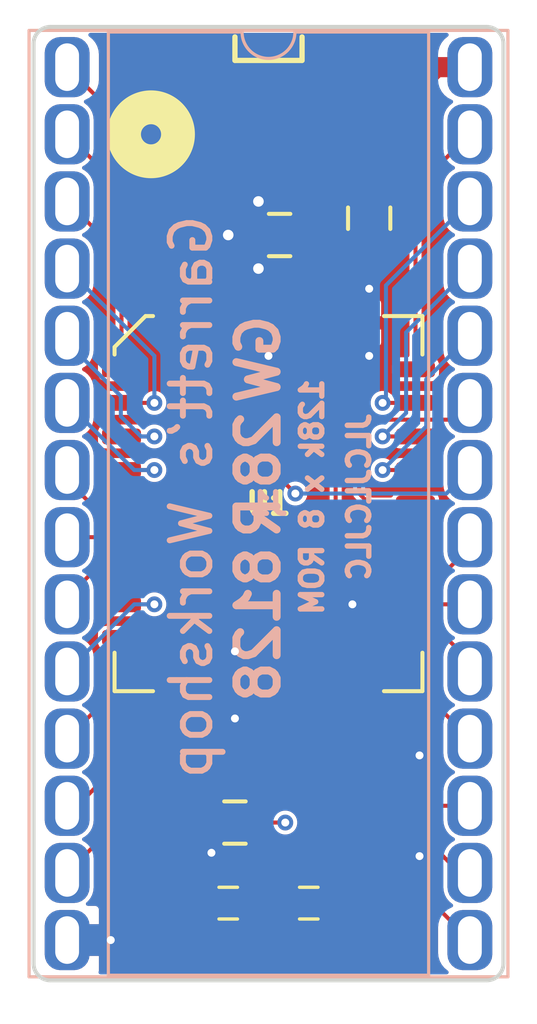
<source format=kicad_pcb>
(kicad_pcb (version 20211014) (generator pcbnew)
  (layers (0 "F.Cu" signal) (31 "B.Cu" signal) (34 "B.Paste" user) (35 "F.Paste" user) (36 "B.SilkS" user "B.Silkscreen") (37 "F.SilkS" user "F.Silkscreen") (38 "B.Mask" user) (39 "F.Mask" user) (44 "Edge.Cuts" user))
  (net 0 "")
  (net 1 "+5V")
  (net 2 "GND")
  (net 3 "/A4")
  (net 4 "/D7")
  (net 5 "/D6")
  (net 6 "/A8")
  (net 7 "/A7")
  (net 8 "/A6")
  (net 9 "/A5")
  (net 10 "/A3")
  (net 11 "/A2")
  (net 12 "/A1")
  (net 13 "/A0")
  (net 14 "/A9")
  (net 15 "/D1")
  (net 16 "/D5")
  (net 17 "/D0")
  (net 18 "/D2")
  (net 19 "/D3")
  (net 20 "/D4")
  (net 21 "/A10")
  (net 22 "/A11")
  (net 23 "/A12")
  (net 24 "/A13")
  (net 25 "/A14")
  (net 26 "/A15")
  (net 27 "/~{OE}")
  (net 28 "/A16")
  (net 29 "/~{CS}")
  (net 30 "/~{WE}")
  (footprint "stdpads:PLCC-32" (layer "F.Cu") (at 48.26 36.83)
    (fp_text reference "U1" (at 0 0) (layer "F.SilkS") (effects (font (size 0.8128 0.8128) (thickness 0.2032))))
    (fp_text value "39SF010")
    (fp_line (start -4.37 7.095) (end -5.825 7.095) (layer "F.SilkS") (width 0.1524))
    (fp_line (start -5.825 7.095) (end -5.825 5.64) (layer "F.SilkS") (width 0.1524))
    (fp_line (start -4.37 -7.095) (end -4.652782 -7.095) (layer "F.SilkS") (width 0.1524))
    (fp_line (start 5.825 7.095) (end 5.825 5.64) (layer "F.SilkS") (width 0.1524))
    (fp_line (start 4.37 7.095) (end 5.825 7.095) (layer "F.SilkS") (width 0.1524))
    (fp_line (start -4.652782 -7.095) (end -5.825 -5.922782) (layer "F.SilkS") (width 0.1524))
    (fp_line (start 5.825 -7.095) (end 5.825 -5.64) (layer "F.SilkS") (width 0.1524))
    (fp_line (start -5.825 -5.922782) (end -5.825 -5.64) (layer "F.SilkS") (width 0.1524))
    (fp_line (start 4.37 -7.095) (end 5.825 -7.095) (layer "F.SilkS") (width 0.1524))
    (pad "1" smd roundrect locked (at 0 -6.8375) (size 0.6 1.475) (layers "F.Cu" "F.Paste" "F.Mask") (net 2 "GND"))
    (pad "2" smd roundrect locked (at -1.27 -6.8375) (size 0.6 1.475) (layers "F.Cu" "F.Paste" "F.Mask") (net 28 "/A16"))
    (pad "3" smd roundrect locked (at -2.54 -6.8375) (size 0.6 1.475) (layers "F.Cu" "F.Paste" "F.Mask") (net 26 "/A15"))
    (pad "4" smd roundrect locked (at -3.81 -6.8375) (size 0.6 1.475) (layers "F.Cu" "F.Paste" "F.Mask") (net 23 "/A12"))
    (pad "5" smd roundrect locked (at -5.5625 -5.08) (size 1.475 0.6) (layers "F.Cu" "F.Paste" "F.Mask") (net 7 "/A7"))
    (pad "6" smd roundrect locked (at -5.5625 -3.81) (size 1.475 0.6) (layers "F.Cu" "F.Paste" "F.Mask") (net 8 "/A6"))
    (pad "7" smd roundrect locked (at -5.5625 -2.54) (size 1.475 0.6) (layers "F.Cu" "F.Paste" "F.Mask") (net 9 "/A5"))
    (pad "8" smd roundrect locked (at -5.5625 -1.27) (size 1.475 0.6) (layers "F.Cu" "F.Paste" "F.Mask") (net 3 "/A4"))
    (pad "9" smd roundrect locked (at -5.5625 0) (size 1.475 0.6) (layers "F.Cu" "F.Paste" "F.Mask") (net 10 "/A3"))
    (pad "10" smd roundrect locked (at -5.5625 1.27) (size 1.475 0.6) (layers "F.Cu" "F.Paste" "F.Mask") (net 11 "/A2"))
    (pad "11" smd roundrect locked (at -5.5625 2.54) (size 1.475 0.6) (layers "F.Cu" "F.Paste" "F.Mask") (net 12 "/A1"))
    (pad "12" smd roundrect locked (at -5.5625 3.81) (size 1.475 0.6) (layers "F.Cu" "F.Paste" "F.Mask") (net 13 "/A0"))
    (pad "13" smd roundrect locked (at -5.5625 5.08) (size 1.475 0.6) (layers "F.Cu" "F.Paste" "F.Mask") (net 17 "/D0"))
    (pad "14" smd roundrect locked (at -3.81 6.8375) (size 0.6 1.475) (layers "F.Cu" "F.Paste" "F.Mask") (net 15 "/D1"))
    (pad "15" smd roundrect locked (at -2.54 6.8375) (size 0.6 1.475) (layers "F.Cu" "F.Paste" "F.Mask") (net 18 "/D2"))
    (pad "16" smd roundrect locked (at -1.27 6.8375) (size 0.6 1.475) (layers "F.Cu" "F.Paste" "F.Mask") (net 2 "GND"))
    (pad "17" smd roundrect locked (at 0 6.8375) (size 0.6 1.475) (layers "F.Cu" "F.Paste" "F.Mask") (net 19 "/D3"))
    (pad "18" smd roundrect locked (at 1.27 6.8375) (size 0.6 1.475) (layers "F.Cu" "F.Paste" "F.Mask") (net 20 "/D4"))
    (pad "19" smd roundrect locked (at 2.54 6.8375) (size 0.6 1.475) (layers "F.Cu" "F.Paste" "F.Mask") (net 16 "/D5"))
    (pad "20" smd roundrect locked (at 3.81 6.8375) (size 0.6 1.475) (layers "F.Cu" "F.Paste" "F.Mask") (net 5 "/D6"))
    (pad "21" smd roundrect locked (at 5.5625 5.08) (size 1.475 0.6) (layers "F.Cu" "F.Paste" "F.Mask") (net 4 "/D7"))
    (pad "22" smd roundrect locked (at 5.5625 3.81) (size 1.475 0.6) (layers "F.Cu" "F.Paste" "F.Mask") (net 29 "/~{CS}"))
    (pad "23" smd roundrect locked (at 5.5625 2.54) (size 1.475 0.6) (layers "F.Cu" "F.Paste" "F.Mask") (net 21 "/A10"))
    (pad "24" smd roundrect locked (at 5.5625 1.27) (size 1.475 0.6) (layers "F.Cu" "F.Paste" "F.Mask") (net 27 "/~{OE}"))
    (pad "25" smd roundrect locked (at 5.5625 0) (size 1.475 0.6) (layers "F.Cu" "F.Paste" "F.Mask") (net 22 "/A11"))
    (pad "26" smd roundrect locked (at 5.5625 -1.27) (size 1.475 0.6) (layers "F.Cu" "F.Paste" "F.Mask") (net 14 "/A9"))
    (pad "27" smd roundrect locked (at 5.5625 -2.54) (size 1.475 0.6) (layers "F.Cu" "F.Paste" "F.Mask") (net 6 "/A8"))
    (pad "28" smd roundrect locked (at 5.5625 -3.81) (size 1.475 0.6) (layers "F.Cu" "F.Paste" "F.Mask") (net 24 "/A13"))
    (pad "29" smd roundrect locked (at 5.5625 -5.08) (size 1.475 0.6) (layers "F.Cu" "F.Paste" "F.Mask") (net 25 "/A14"))
    (pad "30" smd roundrect locked (at 3.81 -6.8375) (size 0.6 1.475) (layers "F.Cu" "F.Paste" "F.Mask") (net 2 "GND"))
    (pad "31" smd roundrect locked (at 2.54 -6.8375) (size 0.6 1.475) (layers "F.Cu" "F.Paste" "F.Mask") (net 30 "/~{WE}"))
    (pad "32" smd roundrect locked (at 1.27 -6.8375) (size 0.6 1.475) (layers "F.Cu" "F.Paste" "F.Mask") (net 1 "+5V"))
  )
  (footprint "stdpads:C_0805" (layer "F.Cu") (at 48.68 26.67 180)
    (fp_text reference "C1")
    (fp_text value "100n")
    (fp_line (start -0.4064 0.8) (end 0.4064 0.8) (layer "F.SilkS") (width 0.1524))
    (fp_line (start -0.4064 -0.8) (end 0.4064 -0.8) (layer "F.SilkS") (width 0.1524))
    (pad "1" smd roundrect locked (at -0.85 0 180) (size 1.05 1.4) (layers "F.Cu" "F.Paste" "F.Mask") (net 1 "+5V"))
    (pad "2" smd roundrect locked (at 0.85 0 180) (size 1.05 1.4) (layers "F.Cu" "F.Paste" "F.Mask") (net 2 "GND"))
  )
  (footprint "stdpads:R_0805" (layer "F.Cu") (at 46.99 48.895 180)
    (fp_text reference "R1")
    (fp_text value "22k")
    (fp_line (start -0.4064 -0.8) (end 0.4064 -0.8) (layer "F.SilkS") (width 0.1524))
    (fp_line (start -0.4064 0.8) (end 0.4064 0.8) (layer "F.SilkS") (width 0.1524))
    (pad "1" smd roundrect locked (at -0.95 0 180) (size 0.85 1.4) (layers "F.Cu" "F.Paste" "F.Mask") (net 27 "/~{OE}"))
    (pad "2" smd roundrect locked (at 0.95 0 180) (size 0.85 1.4) (layers "F.Cu" "F.Paste" "F.Mask") (net 2 "GND"))
  )
  (footprint "stdpads:R_0805" (layer "F.Cu") (at 52.07 26.035 -90)
    (fp_text reference "R2")
    (fp_text value "22k")
    (fp_line (start -0.4064 0.8) (end 0.4064 0.8) (layer "F.SilkS") (width 0.1524))
    (fp_line (start -0.4064 -0.8) (end 0.4064 -0.8) (layer "F.SilkS") (width 0.1524))
    (pad "1" smd roundrect locked (at -0.95 0 270) (size 0.85 1.4) (layers "F.Cu" "F.Paste" "F.Mask") (net 1 "+5V"))
    (pad "2" smd roundrect locked (at 0.95 0 270) (size 0.85 1.4) (layers "F.Cu" "F.Paste" "F.Mask") (net 30 "/~{WE}"))
  )
  (footprint "stdpads:DIP-28_W15.24mm_Socket_Inverse_Forked" (layer "F.Cu") (at 40.64 20.32)
    (fp_text reference "J1" hide)
    (fp_text value "Socket")
    (fp_text user "${REFERENCE}" (at 7.62 16.51) (layer "B.SilkS") (effects (font (size 0.8128 0.8128) (thickness 0.2032)) (justify mirror)))
    (fp_line (start 1.56 -1.33) (end 1.56 34.35) (layer "B.SilkS") (width 0.12))
    (fp_line (start 13.68 -1.33) (end 8.62 -1.33) (layer "B.SilkS") (width 0.12))
    (fp_line (start 13.68 34.35) (end 13.68 -1.33) (layer "B.SilkS") (width 0.12))
    (fp_line (start -1.44 34.41) (end 16.68 34.41) (layer "B.SilkS") (width 0.12))
    (fp_line (start 1.56 34.35) (end 13.68 34.35) (layer "B.SilkS") (width 0.12))
    (fp_line (start 6.62 -1.33) (end 1.56 -1.33) (layer "B.SilkS") (width 0.12))
    (fp_line (start -1.44 -1.39) (end -1.44 34.41) (layer "B.SilkS") (width 0.12))
    (fp_line (start 16.68 34.41) (end 16.68 -1.39) (layer "B.SilkS") (width 0.12))
    (fp_line (start 16.68 -1.39) (end -1.44 -1.39) (layer "B.SilkS") (width 0.12))
    (fp_arc (start 8.62 -1.33) (mid 7.62 -0.33) (end 6.62 -1.33) (layer "B.SilkS") (width 0.12))
    (pad "1" thru_hole roundrect locked (at 0 0) (size 1.7 2.28) (drill oval 0.9 1.8) (layers *.Cu *.Mask) (roundrect_rratio 0.35) (net 26 "/A15"))
    (pad "2" thru_hole roundrect locked (at 0 2.54) (size 1.7 2.28) (drill oval 0.9 1.8) (layers *.Cu *.Mask) (roundrect_rratio 0.35) (net 23 "/A12"))
    (pad "3" thru_hole roundrect locked (at 0 5.08) (size 1.7 2.28) (drill oval 0.9 1.8) (layers *.Cu *.Mask) (roundrect_rratio 0.35) (net 7 "/A7"))
    (pad "4" thru_hole roundrect locked (at 0 7.62) (size 1.7 2.28) (drill oval 0.9 1.8) (layers *.Cu *.Mask) (roundrect_rratio 0.35) (net 8 "/A6"))
    (pad "5" thru_hole roundrect locked (at 0 10.16) (size 1.7 2.28) (drill oval 0.9 1.8) (layers *.Cu *.Mask) (roundrect_rratio 0.35) (net 9 "/A5"))
    (pad "6" thru_hole roundrect locked (at 0 12.7) (size 1.7 2.28) (drill oval 0.9 1.8) (layers *.Cu *.Mask) (roundrect_rratio 0.35) (net 3 "/A4"))
    (pad "7" thru_hole roundrect locked (at 0 15.24) (size 1.7 2.28) (drill oval 0.9 1.8) (layers *.Cu *.Mask) (roundrect_rratio 0.35) (net 10 "/A3"))
    (pad "8" thru_hole roundrect locked (at 0 17.78) (size 1.7 2.28) (drill oval 0.9 1.8) (layers *.Cu *.Mask) (roundrect_rratio 0.35) (net 11 "/A2"))
    (pad "9" thru_hole roundrect locked (at 0 20.32) (size 1.7 2.28) (drill oval 0.9 1.8) (layers *.Cu *.Mask) (roundrect_rratio 0.35) (net 12 "/A1"))
    (pad "10" thru_hole roundrect locked (at 0 22.86) (size 1.7 2.28) (drill oval 0.9 1.8) (layers *.Cu *.Mask) (roundrect_rratio 0.35) (net 13 "/A0"))
    (pad "11" thru_hole roundrect locked (at 0 25.4) (size 1.7 2.28) (drill oval 0.9 1.8) (layers *.Cu *.Mask) (roundrect_rratio 0.35) (net 17 "/D0"))
    (pad "12" thru_hole roundrect locked (at 0 27.94) (size 1.7 2.28) (drill oval 0.9 1.8) (layers *.Cu *.Mask) (roundrect_rratio 0.35) (net 15 "/D1"))
    (pad "13" thru_hole roundrect locked (at 0 30.48) (size 1.7 2.28) (drill oval 0.9 1.8) (layers *.Cu *.Mask) (roundrect_rratio 0.35) (net 18 "/D2"))
    (pad "14" thru_hole roundrect locked (at 0 33.02) (size 1.7 2.28) (drill oval 0.9 1.8) (layers *.Cu *.Mask) (roundrect_rratio 0.35) (net 2 "GND"))
    (pad "15" thru_hole roundrect locked (at 15.24 33.02) (size 1.7 2.28) (drill oval 0.9 1.8) (layers *.Cu *.Mask) (roundrect_rratio 0.35) (net 19 "/D3"))
    (pad "16" thru_hole roundrect locked (at 15.24 30.48) (size 1.7 2.28) (drill oval 0.9 1.8) (layers *.Cu *.Mask) (roundrect_rratio 0.35) (net 20 "/D4"))
    (pad "17" thru_hole roundrect locked (at 15.24 27.94) (size 1.7 2.28) (drill oval 0.9 1.8) (layers *.Cu *.Mask) (roundrect_rratio 0.35) (net 16 "/D5"))
    (pad "18" thru_hole roundrect locked (at 15.24 25.4) (size 1.7 2.28) (drill oval 0.9 1.8) (layers *.Cu *.Mask) (roundrect_rratio 0.35) (net 5 "/D6"))
    (pad "19" thru_hole roundrect locked (at 15.24 22.86) (size 1.7 2.28) (drill oval 0.9 1.8) (layers *.Cu *.Mask) (roundrect_rratio 0.35) (net 4 "/D7"))
    (pad "20" thru_hole roundrect locked (at 15.24 20.32) (size 1.7 2.28) (drill oval 0.9 1.8) (layers *.Cu *.Mask) (roundrect_rratio 0.35) (net 29 "/~{CS}"))
    (pad "21" thru_hole roundrect locked (at 15.24 17.78) (size 1.7 2.28) (drill oval 0.9 1.8) (layers *.Cu *.Mask) (roundrect_rratio 0.35) (net 21 "/A10"))
    (pad "22" thru_hole roundrect locked (at 15.24 15.24) (size 1.7 2.28) (drill oval 0.9 1.8) (layers *.Cu *.Mask) (roundrect_rratio 0.35) (net 28 "/A16"))
    (pad "23" thru_hole roundrect locked (at 15.24 12.7) (size 1.7 2.28) (drill oval 0.9 1.8) (layers *.Cu *.Mask) (roundrect_rratio 0.35) (net 22 "/A11"))
    (pad "24" thru_hole roundrect locked (at 15.24 10.16) (size 1.7 2.28) (drill oval 0.9 1.8) (layers *.Cu *.Mask) (roundrect_rratio 0.35) (net 14 "/A9"))
    (pad "25" thru_hole roundrect locked (at 15.24 7.62) (size 1.7 2.28) (drill oval 0.9 1.8) (layers *.Cu *.Mask) (roundrect_rratio 0.35) (net 6 "/A8"))
    (pad "26" thru_hole roundrect locked (at 15.24 5.08) (size 1.7 2.28) (drill oval 0.9 1.8) (layers *.Cu *.Mask) (roundrect_rratio 0.35) (net 24 "/A13"))
    (pad "27" thru_hole roundrect locked (at 15.24 2.54) (size 1.7 2.28) (drill oval 0.9 1.8) (layers *.Cu *.Mask) (roundrect_rratio 0.35) (net 25 "/A14"))
    (pad "28" thru_hole roundrect locked (at 15.24 0) (size 1.7 2.28) (drill oval 0.9 1.8) (layers *.Cu *.Mask) (roundrect_rratio 0.35) (net 1 "+5V"))
  )
  (footprint "stdpads:Tyco_RCU_0603_Paste" (layer "F.Cu") (at 49.784 51.943)
    (fp_text reference "TP1")
    (fp_text value "~{OE}")
    (fp_line (start 0.35 0.6) (end -0.35 0.6) (layer "F.SilkS") (width 0.127))
    (fp_line (start -0.35 -0.6) (end 0.35 -0.6) (layer "F.SilkS") (width 0.127))
    (pad "1" smd roundrect locked (at 0 0) (size 1.7 0.9) (layers "F.Cu" "F.Paste" "F.Mask") (net 27 "/~{OE}"))
  )
  (footprint "stdpads:Tyco_RCU_0603_Paste" (layer "F.Cu") (at 46.736 51.943)
    (fp_text reference "TP2")
    (fp_text value "~{WE}")
    (fp_line (start 0.35 0.6) (end -0.35 0.6) (layer "F.SilkS") (width 0.127))
    (fp_line (start -0.35 -0.6) (end 0.35 -0.6) (layer "F.SilkS") (width 0.127))
    (pad "1" smd roundrect locked (at 0 0) (size 1.7 0.9) (layers "F.Cu" "F.Paste" "F.Mask") (net 30 "/~{WE}"))
  )
  (gr_line (start 46.99 20.066) (end 49.53 20.066) (layer "F.SilkS") (width 0.2))
  (gr_line (start 49.53 20.066) (end 49.53 19.177) (layer "F.SilkS") (width 0.2))
  (gr_line (start 46.99 19.177) (end 46.99 20.066) (layer "F.SilkS") (width 0.2))
  (gr_circle (center 43.815 22.86) (end 44.196 22.86) (layer "F.SilkS") (width 1.28) (fill none))
  (gr_arc (start 39.37 19.431) (mid 39.555987 18.981987) (end 40.005 18.796) (layer "Edge.Cuts") (width 0.15))
  (gr_line (start 39.37 54.229) (end 39.37 19.431) (layer "Edge.Cuts") (width 0.15))
  (gr_arc (start 56.515 18.796) (mid 56.964013 18.981987) (end 57.15 19.431) (layer "Edge.Cuts") (width 0.15))
  (gr_arc (start 57.15 54.229) (mid 56.964013 54.678013) (end 56.515 54.864) (layer "Edge.Cuts") (width 0.15))
  (gr_arc (start 40.005 54.864) (mid 39.555987 54.678013) (end 39.37 54.229) (layer "Edge.Cuts") (width 0.15))
  (gr_line (start 56.515 54.864) (end 40.005 54.864) (layer "Edge.Cuts") (width 0.15))
  (gr_line (start 40.005 18.796) (end 56.515 18.796) (layer "Edge.Cuts") (width 0.15))
  (gr_line (start 57.15 19.431) (end 57.15 54.229) (layer "Edge.Cuts") (width 0.15))
  (gr_text "Garrett’s Workshop" (at 45.339 36.576 90) (layer "B.SilkS") (effects (font (size 1.5 1.5) (thickness 0.225)) (justify mirror)))
  (gr_text "GW" (at 47.879 31.369 90) (layer "B.SilkS") (effects (font (size 1.524 1.524) (thickness 0.3)) (justify mirror)))
  (gr_text "28" (at 47.879 34.798 90) (layer "B.SilkS") (effects (font (size 1.524 1.524) (thickness 0.3)) (justify mirror)))
  (gr_text "R" (at 47.879 37.338 90) (layer "B.SilkS") (effects (font (size 1.524 1.524) (thickness 0.3)) (justify mirror)))
  (gr_text "8128" (at 47.879 41.402 90) (layer "B.SilkS") (effects (font (size 1.524 1.524) (thickness 0.3)) (justify mirror)))
  (gr_text "128k x 8 ROM" (at 49.911 36.576 90) (layer "B.SilkS") (effects (font (size 0.8128 0.8128) (thickness 0.2032)) (justify mirror)))
  (gr_text "JLCJLCJLC" (at 51.689 36.576 90) (layer "B.SilkS") (effects (font (size 0.8128 0.8128) (thickness 0.2032)) (justify mirror)))
  (segment (start 51.7525 23.6855) (end 52.07 24.003) (width 0.762) (layer "F.Cu") (net 1))
  (segment (start 51.2445 23.6855) (end 52.07 22.86) (width 0.762) (layer "F.Cu") (net 1))
  (segment (start 49.53 29.9925) (end 49.53 26.67) (width 0.508) (layer "F.Cu") (net 1))
  (segment (start 52.07 25.085) (end 52.07 24.003) (width 0.762) (layer "F.Cu") (net 1))
  (segment (start 54.61 20.32) (end 52.07 22.86) (width 0.762) (layer "F.Cu") (net 1))
  (segment (start 54.61 20.32) (end 55.88 20.32) (width 0.762) (layer "F.Cu") (net 1))
  (segment (start 49.53 26.67) (end 49.53 25.4) (width 0.762) (layer "F.Cu") (net 1))
  (segment (start 49.53 25.4) (end 51.2445 23.6855) (width 0.762) (layer "F.Cu") (net 1))
  (segment (start 52.07 23.495) (end 52.07 22.86) (width 0.762) (layer "F.Cu") (net 1))
  (segment (start 52.07 24.003) (end 52.07 23.495) (width 0.762) (layer "F.Cu") (net 1))
  (segment (start 51.2445 23.6855) (end 51.7525 23.6855) (width 0.762) (layer "F.Cu") (net 1))
  (segment (start 46.04 48.895) (end 46.04 49.977) (width 0.1524) (layer "F.Cu") (net 2))
  (segment (start 46.99 43.6675) (end 46.99 42.418) (width 0.508) (layer "F.Cu") (net 2))
  (segment (start 46.04 49.977) (end 46.101 50.038) (width 0.1524) (layer "F.Cu") (net 2))
  (segment (start 47.83 25.449) (end 47.879 25.4) (width 0.762) (layer "F.Cu") (net 2))
  (segment (start 48.26 29.9925) (end 48.26 31.242) (width 0.508) (layer "F.Cu") (net 2))
  (segment (start 52.07 29.9925) (end 52.07 28.702) (width 0.508) (layer "F.Cu") (net 2))
  (segment (start 47.83 27.891) (end 47.879 27.94) (width 0.762) (layer "F.Cu") (net 2))
  (segment (start 47.83 26.67) (end 47.83 27.891) (width 0.762) (layer "F.Cu") (net 2))
  (segment (start 46.99 43.6675) (end 46.99 44.958) (width 0.508) (layer "F.Cu") (net 2))
  (segment (start 47.83 26.67) (end 47.83 25.449) (width 0.762) (layer "F.Cu") (net 2))
  (segment (start 52.07 29.9925) (end 52.07 31.242) (width 0.508) (layer "F.Cu") (net 2))
  (segment (start 47.83 26.67) (end 46.736 26.67) (width 0.762) (layer "F.Cu") (net 2))
  (via (at 53.975 50.165) (size 0.6) (drill 0.3) (layers "F.Cu" "B.Cu") (net 2))
  (via (at 53.975 46.355) (size 0.6) (drill 0.3) (layers "F.Cu" "B.Cu") (net 2))
  (via (at 51.435 40.64) (size 0.6) (drill 0.3) (layers "F.Cu" "B.Cu") (net 2))
  (via (at 42.291 53.34) (size 0.6) (drill 0.3) (layers "F.Cu" "B.Cu") (net 2))
  (via (at 46.99 44.958) (size 0.6) (drill 0.3) (layers "F.Cu" "B.Cu") (net 2))
  (via (at 52.07 31.242) (size 0.6) (drill 0.3) (layers "F.Cu" "B.Cu") (net 2))
  (via (at 47.879 25.4) (size 0.8) (drill 0.4) (layers "F.Cu" "B.Cu") (net 2))
  (via (at 46.101 50.038) (size 0.6) (drill 0.3) (layers "F.Cu" "B.Cu") (net 2))
  (via (at 46.736 26.67) (size 0.8) (drill 0.4) (layers "F.Cu" "B.Cu") (net 2))
  (via (at 48.26 31.242) (size 0.6) (drill 0.3) (layers "F.Cu" "B.Cu") (net 2))
  (via (at 46.99 42.418) (size 0.6) (drill 0.3) (layers "F.Cu" "B.Cu") (net 2))
  (via (at 52.07 28.702) (size 0.6) (drill 0.3) (layers "F.Cu" "B.Cu") (net 2))
  (via (at 47.879 27.94) (size 0.8) (drill 0.4) (layers "F.Cu" "B.Cu") (net 2))
  (segment (start 42.6975 35.56) (end 43.942 35.56) (width 0.1524) (layer "F.Cu") (net 3))
  (via (at 43.942 35.56) (size 0.6) (drill 0.3) (layers "F.Cu" "B.Cu") (net 3))
  (segment (start 43.18 35.56) (end 43.942 35.56) (width 0.1524) (layer "B.Cu") (net 3))
  (segment (start 40.64 33.02) (end 43.18 35.56) (width 0.1524) (layer "B.Cu") (net 3))
  (segment (start 54.991 41.91) (end 55.88 42.799) (width 0.1524) (layer "F.Cu") (net 4))
  (segment (start 55.88 42.799) (end 55.88 43.18) (width 0.1524) (layer "F.Cu") (net 4))
  (segment (start 53.8225 41.91) (end 54.991 41.91) (width 0.1524) (layer "F.Cu") (net 4))
  (segment (start 52.07 43.6675) (end 53.8275 43.6675) (width 0.1524) (layer "F.Cu") (net 5))
  (segment (start 53.8275 43.6675) (end 55.88 45.72) (width 0.1524) (layer "F.Cu") (net 5))
  (segment (start 53.8225 34.29) (end 52.578 34.29) (width 0.1524) (layer "F.Cu") (net 6))
  (via (at 52.578 34.29) (size 0.6) (drill 0.3) (layers "F.Cu" "B.Cu") (net 6))
  (segment (start 53.467 33.401) (end 53.467 30.353) (width 0.1524) (layer "B.Cu") (net 6))
  (segment (start 52.578 34.29) (end 53.467 33.401) (width 0.1524) (layer "B.Cu") (net 6))
  (segment (start 53.467 30.353) (end 55.88 27.94) (width 0.1524) (layer "B.Cu") (net 6))
  (segment (start 42.6975 31.75) (end 42.6975 27.4575) (width 0.1524) (layer "F.Cu") (net 7))
  (segment (start 42.6975 27.4575) (end 40.64 25.4) (width 0.1524) (layer "F.Cu") (net 7))
  (segment (start 42.6975 33.02) (end 43.942 33.02) (width 0.1524) (layer "F.Cu") (net 8))
  (via (at 43.942 33.02) (size 0.6) (drill 0.3) (layers "F.Cu" "B.Cu") (net 8))
  (segment (start 43.942 31.242) (end 43.942 33.02) (width 0.1524) (layer "B.Cu") (net 8))
  (segment (start 40.64 27.94) (end 43.942 31.242) (width 0.1524) (layer "B.Cu") (net 8))
  (segment (start 42.6975 34.29) (end 43.942 34.29) (width 0.1524) (layer "F.Cu") (net 9))
  (via (at 43.942 34.29) (size 0.6) (drill 0.3) (layers "F.Cu" "B.Cu") (net 9))
  (segment (start 42.672 32.766) (end 42.672 33.528) (width 0.1524) (layer "B.Cu") (net 9))
  (segment (start 42.672 33.528) (end 43.434 34.29) (width 0.1524) (layer "B.Cu") (net 9))
  (segment (start 43.434 34.29) (end 43.942 34.29) (width 0.1524) (layer "B.Cu") (net 9))
  (segment (start 40.64 30.48) (end 40.64 30.734) (width 0.1524) (layer "B.Cu") (net 9))
  (segment (start 40.64 30.734) (end 42.672 32.766) (width 0.1524) (layer "B.Cu") (net 9))
  (segment (start 42.6975 36.83) (end 41.529 36.83) (width 0.1524) (layer "F.Cu") (net 10))
  (segment (start 40.64 35.941) (end 40.64 35.56) (width 0.1524) (layer "F.Cu") (net 10))
  (segment (start 41.529 36.83) (end 40.64 35.941) (width 0.1524) (layer "F.Cu") (net 10))
  (segment (start 40.64 38.1) (end 42.6975 38.1) (width 0.1524) (layer "F.Cu") (net 11))
  (segment (start 42.6975 39.37) (end 41.656 39.37) (width 0.1524) (layer "F.Cu") (net 12))
  (segment (start 41.656 39.37) (end 40.64 40.386) (width 0.1524) (layer "F.Cu") (net 12))
  (segment (start 40.64 40.386) (end 40.64 40.64) (width 0.1524) (layer "F.Cu") (net 12))
  (segment (start 42.6975 40.64) (end 43.942 40.64) (width 0.1524) (layer "F.Cu") (net 13))
  (via (at 43.942 40.64) (size 0.6) (drill 0.3) (layers "F.Cu" "B.Cu") (net 13))
  (segment (start 43.942 40.64) (end 43.18 40.64) (width 0.1524) (layer "B.Cu") (net 13))
  (segment (start 43.18 40.64) (end 40.64 43.18) (width 0.1524) (layer "B.Cu") (net 13))
  (segment (start 53.8225 35.56) (end 52.578 35.56) (width 0.1524) (layer "F.Cu") (net 14))
  (via (at 52.578 35.56) (size 0.6) (drill 0.3) (layers "F.Cu" "B.Cu") (net 14))
  (segment (start 52.578 35.56) (end 54.229 33.909) (width 0.1524) (layer "B.Cu") (net 14))
  (segment (start 54.229 33.909) (end 54.229 32.131) (width 0.1524) (layer "B.Cu") (net 14))
  (segment (start 54.229 32.131) (end 55.88 30.48) (width 0.1524) (layer "B.Cu") (net 14))
  (segment (start 41.021 48.26) (end 44.45 44.831) (width 0.1524) (layer "F.Cu") (net 15))
  (segment (start 44.45 44.831) (end 44.45 43.6675) (width 0.1524) (layer "F.Cu") (net 15))
  (segment (start 40.64 48.26) (end 41.021 48.26) (width 0.1524) (layer "F.Cu") (net 15))
  (segment (start 50.8 44.831) (end 54.229 48.26) (width 0.1524) (layer "F.Cu") (net 16))
  (segment (start 50.8 43.6675) (end 50.8 44.831) (width 0.1524) (layer "F.Cu") (net 16))
  (segment (start 54.229 48.26) (end 55.88 48.26) (width 0.1524) (layer "F.Cu") (net 16))
  (segment (start 42.6975 43.6625) (end 40.64 45.72) (width 0.1524) (layer "F.Cu") (net 17))
  (segment (start 42.6975 41.91) (end 42.6975 43.6625) (width 0.1524) (layer "F.Cu") (net 17))
  (segment (start 45.72 45.72) (end 45.72 43.6675) (width 0.1524) (layer "F.Cu") (net 18))
  (segment (start 40.64 50.8) (end 45.72 45.72) (width 0.1524) (layer "F.Cu") (net 18))
  (segment (start 48.26 45.72) (end 55.88 53.34) (width 0.1524) (layer "F.Cu") (net 19))
  (segment (start 48.26 43.6675) (end 48.26 45.72) (width 0.1524) (layer "F.Cu") (net 19))
  (segment (start 49.53 44.831) (end 55.499 50.8) (width 0.1524) (layer "F.Cu") (net 20))
  (segment (start 49.53 43.6675) (end 49.53 44.831) (width 0.1524) (layer "F.Cu") (net 20))
  (segment (start 55.499 50.8) (end 55.88 50.8) (width 0.1524) (layer "F.Cu") (net 20))
  (segment (start 54.991 39.37) (end 55.88 38.481) (width 0.1524) (layer "F.Cu") (net 21))
  (segment (start 53.8225 39.37) (end 54.991 39.37) (width 0.1524) (layer "F.Cu") (net 21))
  (segment (start 55.88 38.481) (end 55.88 38.1) (width 0.1524) (layer "F.Cu") (net 21))
  (segment (start 55.245 33.655) (end 52.07 33.655) (width 0.1524) (layer "F.Cu") (net 22))
  (segment (start 52.07 36.83) (end 53.8225 36.83) (width 0.1524) (layer "F.Cu") (net 22))
  (segment (start 51.689 34.036) (end 51.689 36.449) (width 0.1524) (layer "F.Cu") (net 22))
  (segment (start 55.88 33.02) (end 55.245 33.655) (width 0.1524) (layer "F.Cu") (net 22))
  (segment (start 52.07 33.655) (end 51.689 34.036) (width 0.1524) (layer "F.Cu") (net 22))
  (segment (start 51.689 36.449) (end 52.07 36.83) (width 0.1524) (layer "F.Cu") (net 22))
  (segment (start 44.45 29.9925) (end 44.45 26.67) (width 0.1524) (layer "F.Cu") (net 23))
  (segment (start 44.45 26.67) (end 40.64 22.86) (width 0.1524) (layer "F.Cu") (net 23))
  (segment (start 53.8225 33.02) (end 52.578 33.02) (width 0.1524) (layer "F.Cu") (net 24))
  (via (at 52.578 33.02) (size 0.6) (drill 0.3) (layers "F.Cu" "B.Cu") (net 24))
  (segment (start 52.705 32.893) (end 52.705 28.575) (width 0.1524) (layer "B.Cu") (net 24))
  (segment (start 52.578 33.02) (end 52.705 32.893) (width 0.1524) (layer "B.Cu") (net 24))
  (segment (start 52.705 28.575) (end 55.88 25.4) (width 0.1524) (layer "B.Cu") (net 24))
  (segment (start 53.8225 24.9175) (end 55.88 22.86) (width 0.1524) (layer "F.Cu") (net 25))
  (segment (start 53.8225 31.75) (end 53.8225 24.9175) (width 0.1524) (layer "F.Cu") (net 25))
  (segment (start 45.72 29.9925) (end 45.72 25.4) (width 0.1524) (layer "F.Cu") (net 26))
  (segment (start 45.72 25.4) (end 40.64 20.32) (width 0.1524) (layer "F.Cu") (net 26))
  (segment (start 49.784 51.943) (end 49.784 51.054) (width 0.1524) (layer "F.Cu") (net 27))
  (segment (start 47.94 47.686) (end 47.625 47.371) (width 0.1524) (layer "F.Cu") (net 27))
  (segment (start 52.07 38.1) (end 53.8225 38.1) (width 0.1524) (layer "F.Cu") (net 27))
  (segment (start 48.387 50.546) (end 47.94 50.099) (width 0.1524) (layer "F.Cu") (net 27))
  (segment (start 47.94 48.895) (end 47.94 47.686) (width 0.1524) (layer "F.Cu") (net 27))
  (segment (start 47.94 48.895) (end 48.895 48.895) (width 0.1524) (layer "F.Cu") (net 27))
  (segment (start 49.276 50.546) (end 48.387 50.546) (width 0.1524) (layer "F.Cu") (net 27))
  (segment (start 49.784 51.054) (end 49.276 50.546) (width 0.1524) (layer "F.Cu") (net 27))
  (segment (start 47.94 50.099) (end 47.94 48.895) (width 0.1524) (layer "F.Cu") (net 27))
  (segment (start 47.625 42.545) (end 52.07 38.1) (width 0.1524) (layer "F.Cu") (net 27))
  (segment (start 47.625 47.371) (end 47.625 42.545) (width 0.1524) (layer "F.Cu") (net 27))
  (via (at 48.895 48.895) (size 0.6) (drill 0.3) (layers "F.Cu" "B.Cu") (net 27))
  (segment (start 46.99 34.163) (end 46.99 29.9925) (width 0.1524) (layer "F.Cu") (net 28))
  (segment (start 49.276 36.449) (end 46.99 34.163) (width 0.1524) (layer "F.Cu") (net 28))
  (via (at 49.276 36.449) (size 0.6) (drill 0.3) (layers "F.Cu" "B.Cu") (net 28))
  (segment (start 49.276 36.449) (end 54.991 36.449) (width 0.1524) (layer "B.Cu") (net 28))
  (segment (start 54.991 36.449) (end 55.88 35.56) (width 0.1524) (layer "B.Cu") (net 28))
  (segment (start 53.8225 40.64) (end 55.88 40.64) (width 0.1524) (layer "F.Cu") (net 29))
  (segment (start 52.07 27.813) (end 51.689 28.194) (width 0.1524) (layer "F.Cu") (net 30))
  (segment (start 46.736 51.943) (end 45.466 51.943) (width 0.1524) (layer "F.Cu") (net 30))
  (segment (start 44.958 47.498) (end 46.355 46.101) (width 0.1524) (layer "F.Cu") (net 30))
  (segment (start 46.355 42.291) (end 50.8 37.846) (width 0.1524) (layer "F.Cu") (net 30))
  (segment (start 50.8 31.115) (end 50.8 29.9925) (width 0.1524) (layer "F.Cu") (net 30))
  (segment (start 51.181 28.194) (end 50.8 28.575) (width 0.1524) (layer "F.Cu") (net 30))
  (segment (start 51.689 28.194) (end 51.181 28.194) (width 0.1524) (layer "F.Cu") (net 30))
  (segment (start 44.958 51.435) (end 44.958 47.498) (width 0.1524) (layer "F.Cu") (net 30))
  (segment (start 50.8 28.575) (end 50.8 29.9925) (width 0.1524) (layer "F.Cu") (net 30))
  (segment (start 46.355 46.101) (end 46.355 42.291) (width 0.1524) (layer "F.Cu") (net 30))
  (segment (start 50.8 37.846) (end 50.8 31.115) (width 0.1524) (layer "F.Cu") (net 30))
  (segment (start 52.07 26.985) (end 52.07 27.813) (width 0.1524) (layer "F.Cu") (net 30))
  (segment (start 45.466 51.943) (end 44.958 51.435) (width 0.1524) (layer "F.Cu") (net 30))
  (zone (net 2) (net_name "GND") (layer "F.Cu") (connect_pads (clearance 0.1524)) (min_thickness 0.1524) (fill yes (thermal_gap 0.1524) (thermal_bridge_width 0.5))
    (polygon (pts (xy 58.42 55.88) (xy 58.42 17.78) (xy 38.1 17.78) (xy 38.1 55.88)))
  )
  (zone (net 2) (net_name "GND") (layer "B.Cu") (connect_pads (clearance 0.1524)) (min_thickness 0.1524) (fill yes (thermal_gap 0.1524) (thermal_bridge_width 0.5))
    (polygon (pts (xy 58.42 55.88) (xy 58.42 17.78) (xy 38.1 17.78) (xy 38.1 55.88)))
  )
)
</source>
